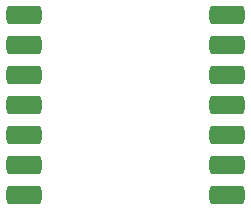
<source format=gbr>
%TF.GenerationSoftware,KiCad,Pcbnew,(6.0.0)*%
%TF.CreationDate,2022-07-16T11:14:52-07:00*%
%TF.ProjectId,greenthumb,67726565-6e74-4687-956d-622e6b696361,rev?*%
%TF.SameCoordinates,Original*%
%TF.FileFunction,Paste,Top*%
%TF.FilePolarity,Positive*%
%FSLAX46Y46*%
G04 Gerber Fmt 4.6, Leading zero omitted, Abs format (unit mm)*
G04 Created by KiCad (PCBNEW (6.0.0)) date 2022-07-16 11:14:52*
%MOMM*%
%LPD*%
G01*
G04 APERTURE LIST*
G04 Aperture macros list*
%AMRoundRect*
0 Rectangle with rounded corners*
0 $1 Rounding radius*
0 $2 $3 $4 $5 $6 $7 $8 $9 X,Y pos of 4 corners*
0 Add a 4 corners polygon primitive as box body*
4,1,4,$2,$3,$4,$5,$6,$7,$8,$9,$2,$3,0*
0 Add four circle primitives for the rounded corners*
1,1,$1+$1,$2,$3*
1,1,$1+$1,$4,$5*
1,1,$1+$1,$6,$7*
1,1,$1+$1,$8,$9*
0 Add four rect primitives between the rounded corners*
20,1,$1+$1,$2,$3,$4,$5,0*
20,1,$1+$1,$4,$5,$6,$7,0*
20,1,$1+$1,$6,$7,$8,$9,0*
20,1,$1+$1,$8,$9,$2,$3,0*%
G04 Aperture macros list end*
%ADD10RoundRect,0.400000X-1.100000X-0.400000X1.100000X-0.400000X1.100000X0.400000X-1.100000X0.400000X0*%
G04 APERTURE END LIST*
D10*
%TO.C,M1*%
X140299814Y-71239742D03*
X140299814Y-73779742D03*
X140299814Y-76319742D03*
X140299814Y-78859742D03*
X140299814Y-81399742D03*
X140299814Y-83939742D03*
X140299814Y-86479742D03*
X157534814Y-86479742D03*
X157534814Y-83939742D03*
X157534814Y-81399742D03*
X157534814Y-78859742D03*
X157534814Y-76319742D03*
X157534814Y-73779742D03*
X157534814Y-71239742D03*
%TD*%
M02*

</source>
